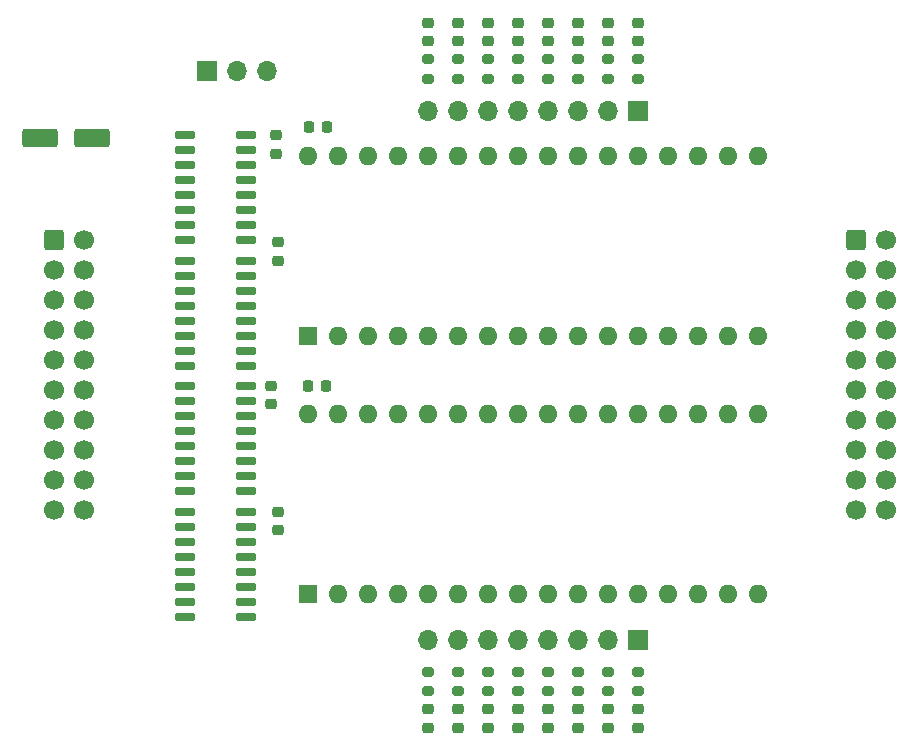
<source format=gts>
%TF.GenerationSoftware,KiCad,Pcbnew,8.0.7*%
%TF.CreationDate,2025-02-11T17:28:11+05:30*%
%TF.ProjectId,Program Counter,50726f67-7261-46d2-9043-6f756e746572,rev?*%
%TF.SameCoordinates,Original*%
%TF.FileFunction,Soldermask,Top*%
%TF.FilePolarity,Negative*%
%FSLAX46Y46*%
G04 Gerber Fmt 4.6, Leading zero omitted, Abs format (unit mm)*
G04 Created by KiCad (PCBNEW 8.0.7) date 2025-02-11 17:28:11*
%MOMM*%
%LPD*%
G01*
G04 APERTURE LIST*
G04 Aperture macros list*
%AMRoundRect*
0 Rectangle with rounded corners*
0 $1 Rounding radius*
0 $2 $3 $4 $5 $6 $7 $8 $9 X,Y pos of 4 corners*
0 Add a 4 corners polygon primitive as box body*
4,1,4,$2,$3,$4,$5,$6,$7,$8,$9,$2,$3,0*
0 Add four circle primitives for the rounded corners*
1,1,$1+$1,$2,$3*
1,1,$1+$1,$4,$5*
1,1,$1+$1,$6,$7*
1,1,$1+$1,$8,$9*
0 Add four rect primitives between the rounded corners*
20,1,$1+$1,$2,$3,$4,$5,0*
20,1,$1+$1,$4,$5,$6,$7,0*
20,1,$1+$1,$6,$7,$8,$9,0*
20,1,$1+$1,$8,$9,$2,$3,0*%
G04 Aperture macros list end*
%ADD10RoundRect,0.250000X-1.250000X-0.550000X1.250000X-0.550000X1.250000X0.550000X-1.250000X0.550000X0*%
%ADD11RoundRect,0.218750X0.256250X-0.218750X0.256250X0.218750X-0.256250X0.218750X-0.256250X-0.218750X0*%
%ADD12RoundRect,0.218750X-0.256250X0.218750X-0.256250X-0.218750X0.256250X-0.218750X0.256250X0.218750X0*%
%ADD13RoundRect,0.200000X-0.275000X0.200000X-0.275000X-0.200000X0.275000X-0.200000X0.275000X0.200000X0*%
%ADD14RoundRect,0.200000X0.275000X-0.200000X0.275000X0.200000X-0.275000X0.200000X-0.275000X-0.200000X0*%
%ADD15RoundRect,0.225000X-0.225000X-0.250000X0.225000X-0.250000X0.225000X0.250000X-0.225000X0.250000X0*%
%ADD16RoundRect,0.225000X-0.250000X0.225000X-0.250000X-0.225000X0.250000X-0.225000X0.250000X0.225000X0*%
%ADD17RoundRect,0.150000X-0.725000X-0.150000X0.725000X-0.150000X0.725000X0.150000X-0.725000X0.150000X0*%
%ADD18R,1.600000X1.600000*%
%ADD19O,1.600000X1.600000*%
%ADD20R,1.700000X1.700000*%
%ADD21O,1.700000X1.700000*%
%ADD22RoundRect,0.225000X0.250000X-0.225000X0.250000X0.225000X-0.250000X0.225000X-0.250000X-0.225000X0*%
%ADD23RoundRect,0.250000X-0.600000X-0.600000X0.600000X-0.600000X0.600000X0.600000X-0.600000X0.600000X0*%
%ADD24C,1.700000*%
G04 APERTURE END LIST*
D10*
%TO.C,C5*%
X98250000Y-57870000D03*
X102650000Y-57870000D03*
%TD*%
D11*
%TO.C,D9*%
X148880000Y-49630000D03*
X148880000Y-48055000D03*
%TD*%
D12*
%TO.C,D5*%
X138755000Y-106205000D03*
X138755000Y-107780000D03*
%TD*%
D13*
%TO.C,R2*%
X146380000Y-103030000D03*
X146380000Y-104680000D03*
%TD*%
D14*
%TO.C,R12*%
X141300000Y-52820000D03*
X141300000Y-51170000D03*
%TD*%
D13*
%TO.C,R6*%
X136220000Y-103030000D03*
X136220000Y-104680000D03*
%TD*%
D15*
%TO.C,C7*%
X121025000Y-56900000D03*
X122575000Y-56900000D03*
%TD*%
D11*
%TO.C,D16*%
X131140000Y-49630000D03*
X131140000Y-48055000D03*
%TD*%
D14*
%TO.C,R10*%
X146380000Y-52820000D03*
X146380000Y-51170000D03*
%TD*%
D16*
%TO.C,C11*%
X118240000Y-57610000D03*
X118240000Y-59160000D03*
%TD*%
D12*
%TO.C,D3*%
X143835000Y-106205000D03*
X143835000Y-107780000D03*
%TD*%
D11*
%TO.C,D11*%
X143800000Y-49630000D03*
X143800000Y-48055000D03*
%TD*%
D17*
%TO.C,U3*%
X110540000Y-78851700D03*
X110540000Y-80121700D03*
X110540000Y-81391700D03*
X110540000Y-82661700D03*
X110540000Y-83931700D03*
X110540000Y-85201700D03*
X110540000Y-86471700D03*
X110540000Y-87741700D03*
X115690000Y-87741700D03*
X115690000Y-86471700D03*
X115690000Y-85201700D03*
X115690000Y-83931700D03*
X115690000Y-82661700D03*
X115690000Y-81391700D03*
X115690000Y-80121700D03*
X115690000Y-78851700D03*
%TD*%
D14*
%TO.C,R15*%
X133680000Y-52820000D03*
X133680000Y-51170000D03*
%TD*%
D15*
%TO.C,C6*%
X120960000Y-78800000D03*
X122510000Y-78800000D03*
%TD*%
D12*
%TO.C,D1*%
X148915000Y-106205000D03*
X148915000Y-107780000D03*
%TD*%
D17*
%TO.C,U1*%
X110540000Y-57605000D03*
X110540000Y-58875000D03*
X110540000Y-60145000D03*
X110540000Y-61415000D03*
X110540000Y-62685000D03*
X110540000Y-63955000D03*
X110540000Y-65225000D03*
X110540000Y-66495000D03*
X115690000Y-66495000D03*
X115690000Y-65225000D03*
X115690000Y-63955000D03*
X115690000Y-62685000D03*
X115690000Y-61415000D03*
X115690000Y-60145000D03*
X115690000Y-58875000D03*
X115690000Y-57605000D03*
%TD*%
D11*
%TO.C,D15*%
X133680000Y-49630000D03*
X133680000Y-48055000D03*
%TD*%
D13*
%TO.C,R1*%
X148920000Y-103030000D03*
X148920000Y-104680000D03*
%TD*%
D18*
%TO.C,U5*%
X120980000Y-74595000D03*
D19*
X123520000Y-74595000D03*
X126060000Y-74595000D03*
X128600000Y-74595000D03*
X131140000Y-74595000D03*
X133680000Y-74595000D03*
X136220000Y-74595000D03*
X138760000Y-74595000D03*
X141300000Y-74595000D03*
X143840000Y-74595000D03*
X146380000Y-74595000D03*
X148920000Y-74595000D03*
X151460000Y-74595000D03*
X154000000Y-74595000D03*
X156540000Y-74595000D03*
X159080000Y-74595000D03*
X159080000Y-59355000D03*
X156540000Y-59355000D03*
X154000000Y-59355000D03*
X151460000Y-59355000D03*
X148920000Y-59355000D03*
X146380000Y-59355000D03*
X143840000Y-59355000D03*
X141300000Y-59355000D03*
X138760000Y-59355000D03*
X136220000Y-59355000D03*
X133680000Y-59355000D03*
X131140000Y-59355000D03*
X128600000Y-59355000D03*
X126060000Y-59355000D03*
X123520000Y-59355000D03*
X120980000Y-59355000D03*
%TD*%
D18*
%TO.C,U6*%
X120980000Y-96455000D03*
D19*
X123520000Y-96455000D03*
X126060000Y-96455000D03*
X128600000Y-96455000D03*
X131140000Y-96455000D03*
X133680000Y-96455000D03*
X136220000Y-96455000D03*
X138760000Y-96455000D03*
X141300000Y-96455000D03*
X143840000Y-96455000D03*
X146380000Y-96455000D03*
X148920000Y-96455000D03*
X151460000Y-96455000D03*
X154000000Y-96455000D03*
X156540000Y-96455000D03*
X159080000Y-96455000D03*
X159080000Y-81215000D03*
X156540000Y-81215000D03*
X154000000Y-81215000D03*
X151460000Y-81215000D03*
X148920000Y-81215000D03*
X146380000Y-81215000D03*
X143840000Y-81215000D03*
X141300000Y-81215000D03*
X138760000Y-81215000D03*
X136220000Y-81215000D03*
X133680000Y-81215000D03*
X131140000Y-81215000D03*
X128600000Y-81215000D03*
X126060000Y-81215000D03*
X123520000Y-81215000D03*
X120980000Y-81215000D03*
%TD*%
D12*
%TO.C,D2*%
X146375000Y-106205000D03*
X146375000Y-107780000D03*
%TD*%
%TO.C,D6*%
X136215000Y-106205000D03*
X136215000Y-107780000D03*
%TD*%
D20*
%TO.C,J1*%
X112450000Y-52200000D03*
D21*
X114990000Y-52200000D03*
X117530000Y-52200000D03*
%TD*%
D17*
%TO.C,U2*%
X110540000Y-68228300D03*
X110540000Y-69498300D03*
X110540000Y-70768300D03*
X110540000Y-72038300D03*
X110540000Y-73308300D03*
X110540000Y-74578300D03*
X110540000Y-75848300D03*
X110540000Y-77118300D03*
X115690000Y-77118300D03*
X115690000Y-75848300D03*
X115690000Y-74578300D03*
X115690000Y-73308300D03*
X115690000Y-72038300D03*
X115690000Y-70768300D03*
X115690000Y-69498300D03*
X115690000Y-68228300D03*
%TD*%
D11*
%TO.C,D12*%
X141260000Y-49630000D03*
X141260000Y-48055000D03*
%TD*%
D20*
%TO.C,J5*%
X148920000Y-55520000D03*
D21*
X146380000Y-55520000D03*
X143840000Y-55520000D03*
X141300000Y-55520000D03*
X138760000Y-55520000D03*
X136220000Y-55520000D03*
X133680000Y-55520000D03*
X131140000Y-55520000D03*
%TD*%
D22*
%TO.C,C10*%
X118430000Y-68225000D03*
X118430000Y-66675000D03*
%TD*%
D14*
%TO.C,R13*%
X138760000Y-52820000D03*
X138760000Y-51170000D03*
%TD*%
D23*
%TO.C,J2*%
X99440000Y-66460000D03*
D24*
X101980000Y-66460000D03*
X99440000Y-69000000D03*
X101980000Y-69000000D03*
X99440000Y-71540000D03*
X101980000Y-71540000D03*
X99440000Y-74080000D03*
X101980000Y-74080000D03*
X99440000Y-76620000D03*
X101980000Y-76620000D03*
X99440000Y-79160000D03*
X101980000Y-79160000D03*
X99440000Y-81700000D03*
X101980000Y-81700000D03*
X99440000Y-84240000D03*
X101980000Y-84240000D03*
X99440000Y-86780000D03*
X101980000Y-86780000D03*
X99440000Y-89320000D03*
X101980000Y-89320000D03*
%TD*%
D14*
%TO.C,R9*%
X148920000Y-52820000D03*
X148920000Y-51170000D03*
%TD*%
D12*
%TO.C,D8*%
X131135000Y-106205000D03*
X131135000Y-107780000D03*
%TD*%
D13*
%TO.C,R3*%
X143840000Y-103030000D03*
X143840000Y-104680000D03*
%TD*%
D17*
%TO.C,U4*%
X110540000Y-89475000D03*
X110540000Y-90745000D03*
X110540000Y-92015000D03*
X110540000Y-93285000D03*
X110540000Y-94555000D03*
X110540000Y-95825000D03*
X110540000Y-97095000D03*
X110540000Y-98365000D03*
X115690000Y-98365000D03*
X115690000Y-97095000D03*
X115690000Y-95825000D03*
X115690000Y-94555000D03*
X115690000Y-93285000D03*
X115690000Y-92015000D03*
X115690000Y-90745000D03*
X115690000Y-89475000D03*
%TD*%
D14*
%TO.C,R14*%
X136220000Y-52820000D03*
X136220000Y-51170000D03*
%TD*%
D12*
%TO.C,D7*%
X133675000Y-106205000D03*
X133675000Y-107780000D03*
%TD*%
D13*
%TO.C,R8*%
X131140000Y-103030000D03*
X131140000Y-104680000D03*
%TD*%
D16*
%TO.C,C9*%
X117840000Y-78845000D03*
X117840000Y-80395000D03*
%TD*%
D14*
%TO.C,R11*%
X143840000Y-52820000D03*
X143840000Y-51170000D03*
%TD*%
D11*
%TO.C,D14*%
X136220000Y-49630000D03*
X136220000Y-48055000D03*
%TD*%
D13*
%TO.C,R7*%
X133680000Y-103030000D03*
X133680000Y-104680000D03*
%TD*%
%TO.C,R5*%
X138760000Y-103030000D03*
X138760000Y-104680000D03*
%TD*%
%TO.C,R4*%
X141300000Y-103030000D03*
X141300000Y-104680000D03*
%TD*%
D11*
%TO.C,D13*%
X138760000Y-49630000D03*
X138760000Y-48055000D03*
%TD*%
D16*
%TO.C,C8*%
X118430000Y-89460000D03*
X118430000Y-91010000D03*
%TD*%
D23*
%TO.C,J3*%
X167390000Y-66460000D03*
D24*
X169930000Y-66460000D03*
X167390000Y-69000000D03*
X169930000Y-69000000D03*
X167390000Y-71540000D03*
X169930000Y-71540000D03*
X167390000Y-74080000D03*
X169930000Y-74080000D03*
X167390000Y-76620000D03*
X169930000Y-76620000D03*
X167390000Y-79160000D03*
X169930000Y-79160000D03*
X167390000Y-81700000D03*
X169930000Y-81700000D03*
X167390000Y-84240000D03*
X169930000Y-84240000D03*
X167390000Y-86780000D03*
X169930000Y-86780000D03*
X167390000Y-89320000D03*
X169930000Y-89320000D03*
%TD*%
D14*
%TO.C,R16*%
X131140000Y-52820000D03*
X131140000Y-51170000D03*
%TD*%
D20*
%TO.C,J4*%
X148920000Y-100330000D03*
D21*
X146380000Y-100330000D03*
X143840000Y-100330000D03*
X141300000Y-100330000D03*
X138760000Y-100330000D03*
X136220000Y-100330000D03*
X133680000Y-100330000D03*
X131140000Y-100330000D03*
%TD*%
D11*
%TO.C,D10*%
X146340000Y-49630000D03*
X146340000Y-48055000D03*
%TD*%
D12*
%TO.C,D4*%
X141295000Y-106205000D03*
X141295000Y-107780000D03*
%TD*%
M02*

</source>
